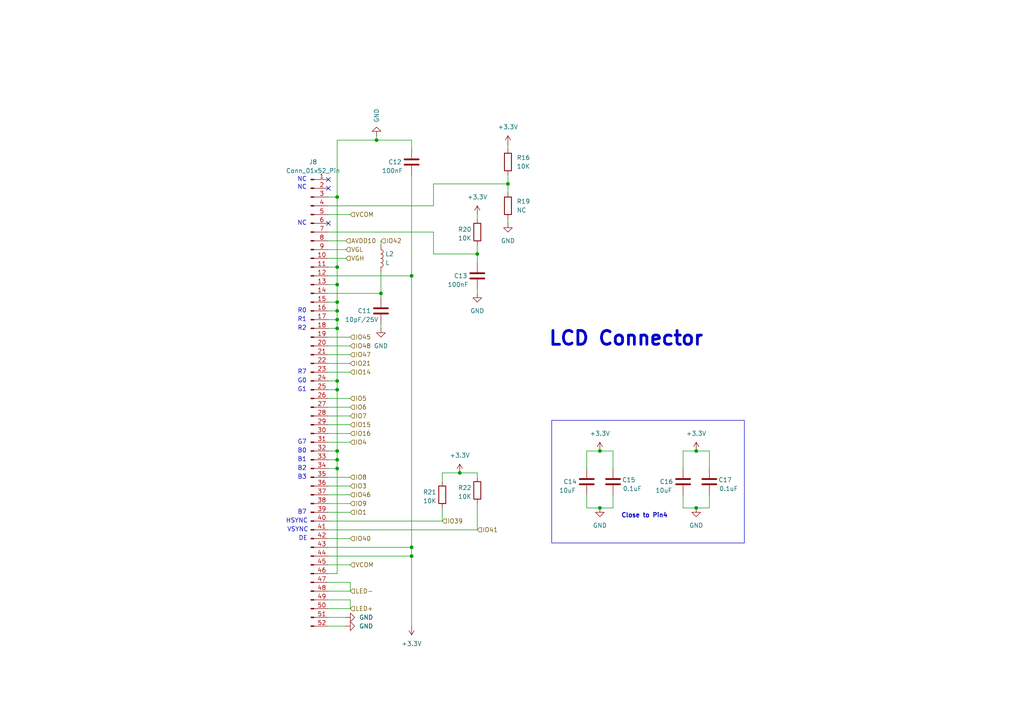
<source format=kicad_sch>
(kicad_sch (version 20231120) (generator "eeschema") (generator_version "8.0")
  (paper "A4")
  (lib_symbols
    (symbol "Connector:Conn_01x52_Pin" (pin_names (offset 1.016) hide)
      (property "Reference" "J" (at 0 66.04 0))
      (property "Value" "Conn_01x52_Pin" (at 0 -68.58 0))
      (symbol "Conn_01x52_Pin_1_1"
        (polyline (pts (xy 1.27 -66.04) (xy 0.8636 -66.04)) (stroke (width 0.1524)))
        (polyline (pts (xy 1.27 -63.5) (xy 0.8636 -63.5)) (stroke (width 0.1524)))
        (polyline (pts (xy 1.27 -60.96) (xy 0.8636 -60.96)) (stroke (width 0.1524)))
        (polyline (pts (xy 1.27 -58.42) (xy 0.8636 -58.42)) (stroke (width 0.1524)))
        (polyline (pts (xy 1.27 -55.88) (xy 0.8636 -55.88)) (stroke (width 0.1524)))
        (polyline (pts (xy 1.27 -53.34) (xy 0.8636 -53.34)) (stroke (width 0.1524)))
        (polyline (pts (xy 1.27 -50.8) (xy 0.8636 -50.8)) (stroke (width 0.1524)))
        (polyline (pts (xy 1.27 -48.26) (xy 0.8636 -48.26)) (stroke (width 0.1524)))
        (polyline (pts (xy 1.27 -45.72) (xy 0.8636 -45.72)) (stroke (width 0.1524)))
        (polyline (pts (xy 1.27 -43.18) (xy 0.8636 -43.18)) (stroke (width 0.1524)))
        (polyline (pts (xy 1.27 -40.64) (xy 0.8636 -40.64)) (stroke (width 0.1524)))
        (polyline (pts (xy 1.27 -38.1) (xy 0.8636 -38.1)) (stroke (width 0.1524)))
        (polyline (pts (xy 1.27 -35.56) (xy 0.8636 -35.56)) (stroke (width 0.1524)))
        (polyline (pts (xy 1.27 -33.02) (xy 0.8636 -33.02)) (stroke (width 0.1524)))
        (polyline (pts (xy 1.27 -30.48) (xy 0.8636 -30.48)) (stroke (width 0.1524)))
        (polyline (pts (xy 1.27 -27.94) (xy 0.8636 -27.94)) (stroke (width 0.1524)))
        (polyline (pts (xy 1.27 -25.4) (xy 0.8636 -25.4)) (stroke (width 0.1524)))
        (polyline (pts (xy 1.27 -22.86) (xy 0.8636 -22.86)) (stroke (width 0.1524)))
        (polyline (pts (xy 1.27 -20.32) (xy 0.8636 -20.32)) (stroke (width 0.1524)))
        (polyline (pts (xy 1.27 -17.78) (xy 0.8636 -17.78)) (stroke (width 0.1524)))
        (polyline (pts (xy 1.27 -15.24) (xy 0.8636 -15.24)) (stroke (width 0.1524)))
        (polyline (pts (xy 1.27 -12.7) (xy 0.8636 -12.7)) (stroke (width 0.1524)))
        (polyline (pts (xy 1.27 -10.16) (xy 0.8636 -10.16)) (stroke (width 0.1524)))
        (polyline (pts (xy 1.27 -7.62) (xy 0.8636 -7.62)) (stroke (width 0.1524)))
        (polyline (pts (xy 1.27 -5.08) (xy 0.8636 -5.08)) (stroke (width 0.1524)))
        (polyline (pts (xy 1.27 -2.54) (xy 0.8636 -2.54)) (stroke (width 0.1524)))
        (polyline (pts (xy 1.27 0) (xy 0.8636 0)) (stroke (width 0.1524)))
        (polyline (pts (xy 1.27 2.54) (xy 0.8636 2.54)) (stroke (width 0.1524)))
        (polyline (pts (xy 1.27 5.08) (xy 0.8636 5.08)) (stroke (width 0.1524)))
        (polyline (pts (xy 1.27 7.62) (xy 0.8636 7.62)) (stroke (width 0.1524)))
        (polyline (pts (xy 1.27 10.16) (xy 0.8636 10.16)) (stroke (width 0.1524)))
        (polyline (pts (xy 1.27 12.7) (xy 0.8636 12.7)) (stroke (width 0.1524)))
        (polyline (pts (xy 1.27 15.24) (xy 0.8636 15.24)) (stroke (width 0.1524)))
        (polyline (pts (xy 1.27 17.78) (xy 0.8636 17.78)) (stroke (width 0.1524)))
        (polyline (pts (xy 1.27 20.32) (xy 0.8636 20.32)) (stroke (width 0.1524)))
        (polyline (pts (xy 1.27 22.86) (xy 0.8636 22.86)) (stroke (width 0.1524)))
        (polyline (pts (xy 1.27 25.4) (xy 0.8636 25.4)) (stroke (width 0.1524)))
        (polyline (pts (xy 1.27 27.94) (xy 0.8636 27.94)) (stroke (width 0.1524)))
        (polyline (pts (xy 1.27 30.48) (xy 0.8636 30.48)) (stroke (width 0.1524)))
        (polyline (pts (xy 1.27 33.02) (xy 0.8636 33.02)) (stroke (width 0.1524)))
        (polyline (pts (xy 1.27 35.56) (xy 0.8636 35.56)) (stroke (width 0.1524)))
        (polyline (pts (xy 1.27 38.1) (xy 0.8636 38.1)) (stroke (width 0.1524)))
        (polyline (pts (xy 1.27 40.64) (xy 0.8636 40.64)) (stroke (width 0.1524)))
        (polyline (pts (xy 1.27 43.18) (xy 0.8636 43.18)) (stroke (width 0.1524)))
        (polyline (pts (xy 1.27 45.72) (xy 0.8636 45.72)) (stroke (width 0.1524)))
        (polyline (pts (xy 1.27 48.26) (xy 0.8636 48.26)) (stroke (width 0.1524)))
        (polyline (pts (xy 1.27 50.8) (xy 0.8636 50.8)) (stroke (width 0.1524)))
        (polyline (pts (xy 1.27 53.34) (xy 0.8636 53.34)) (stroke (width 0.1524)))
        (polyline (pts (xy 1.27 55.88) (xy 0.8636 55.88)) (stroke (width 0.1524)))
        (polyline (pts (xy 1.27 58.42) (xy 0.8636 58.42)) (stroke (width 0.1524)))
        (polyline (pts (xy 1.27 60.96) (xy 0.8636 60.96)) (stroke (width 0.1524)))
        (polyline (pts (xy 1.27 63.5) (xy 0.8636 63.5)) (stroke (width 0.1524)))
        (rectangle (start 0.8636 -65.913) (end 0 -66.167) (stroke (width 0.1524)) (fill (type outline)))
        (rectangle (start 0.8636 -63.373) (end 0 -63.627) (stroke (width 0.1524)) (fill (type outline)))
        (rectangle (start 0.8636 -60.833) (end 0 -61.087) (stroke (width 0.1524)) (fill (type outline)))
        (rectangle (start 0.8636 -58.293) (end 0 -58.547) (stroke (width 0.1524)) (fill (type outline)))
        (rectangle (start 0.8636 -55.753) (end 0 -56.007) (stroke (width 0.1524)) (fill (type outline)))
        (rectangle (start 0.8636 -53.213) (end 0 -53.467) (stroke (width 0.1524)) (fill (type outline)))
        (rectangle (start 0.8636 -50.673) (end 0 -50.927) (stroke (width 0.1524)) (fill (type outline)))
        (rectangle (start 0.8636 -48.133) (end 0 -48.387) (stroke (width 0.1524)) (fill (type outline)))
        (rectangle (start 0.8636 -45.593) (end 0 -45.847) (stroke (width 0.1524)) (fill (type outline)))
        (rectangle (start 0.8636 -43.053) (end 0 -43.307) (stroke (width 0.1524)) (fill (type outline)))
        (rectangle (start 0.8636 -40.513) (end 0 -40.767) (stroke (width 0.1524)) (fill (type outline)))
        (rectangle (start 0.8636 -37.973) (end 0 -38.227) (stroke (width 0.1524)) (fill (type outline)))
        (rectangle (start 0.8636 -35.433) (end 0 -35.687) (stroke (width 0.1524)) (fill (type outline)))
        (rectangle (start 0.8636 -32.893) (end 0 -33.147) (stroke (width 0.1524)) (fill (type outline)))
        (rectangle (start 0.8636 -30.353) (end 0 -30.607) (stroke (width 0.1524)) (fill (type outline)))
        (rectangle (start 0.8636 -27.813) (end 0 -28.067) (stroke (width 0.1524)) (fill (type outline)))
        (rectangle (start 0.8636 -25.273) (end 0 -25.527) (stroke (width 0.1524)) (fill (type outline)))
        (rectangle (start 0.8636 -22.733) (end 0 -22.987) (stroke (width 0.1524)) (fill (type outline)))
        (rectangle (start 0.8636 -20.193) (end 0 -20.447) (stroke (width 0.1524)) (fill (type outline)))
        (rectangle (start 0.8636 -17.653) (end 0 -17.907) (stroke (width 0.1524)) (fill (type outline)))
        (rectangle (start 0.8636 -15.113) (end 0 -15.367) (stroke (width 0.1524)) (fill (type outline)))
        (rectangle (start 0.8636 -12.573) (end 0 -12.827) (stroke (width 0.1524)) (fill (type outline)))
        (rectangle (start 0.8636 -10.033) (end 0 -10.287) (stroke (width 0.1524)) (fill (type outline)))
        (rectangle (start 0.8636 -7.493) (end 0 -7.747) (stroke (width 0.1524)) (fill (type outline)))
        (rectangle (start 0.8636 -4.953) (end 0 -5.207) (stroke (width 0.1524)) (fill (type outline)))
        (rectangle (start 0.8636 -2.413) (end 0 -2.667) (stroke (width 0.1524)) (fill (type outline)))
        (rectangle (start 0.8636 0.127) (end 0 -0.127) (stroke (width 0.1524)) (fill (type outline)))
        (rectangle (start 0.8636 2.667) (end 0 2.413) (stroke (width 0.1524)) (fill (type outline)))
        (rectangle (start 0.8636 5.207) (end 0 4.953) (stroke (width 0.1524)) (fill (type outline)))
        (rectangle (start 0.8636 7.747) (end 0 7.493) (stroke (width 0.1524)) (fill (type outline)))
        (rectangle (start 0.8636 10.287) (end 0 10.033) (stroke (width 0.1524)) (fill (type outline)))
        (rectangle (start 0.8636 12.827) (end 0 12.573) (stroke (width 0.1524)) (fill (type outline)))
        (rectangle (start 0.8636 15.367) (end 0 15.113) (stroke (width 0.1524)) (fill (type outline)))
        (rectangle (start 0.8636 17.907) (end 0 17.653) (stroke (width 0.1524)) (fill (type outline)))
        (rectangle (start 0.8636 20.447) (end 0 20.193) (stroke (width 0.1524)) (fill (type outline)))
        (rectangle (start 0.8636 22.987) (end 0 22.733) (stroke (width 0.1524)) (fill (type outline)))
        (rectangle (start 0.8636 25.527) (end 0 25.273) (stroke (width 0.1524)) (fill (type outline)))
        (rectangle (start 0.8636 28.067) (end 0 27.813) (stroke (width 0.1524)) (fill (type outline)))
        (rectangle (start 0.8636 30.607) (end 0 30.353) (stroke (width 0.1524)) (fill (type outline)))
        (rectangle (start 0.8636 33.147) (end 0 32.893) (stroke (width 0.1524)) (fill (type outline)))
        (rectangle (start 0.8636 35.687) (end 0 35.433) (stroke (width 0.1524)) (fill (type outline)))
        (rectangle (start 0.8636 38.227) (end 0 37.973) (stroke (width 0.1524)) (fill (type outline)))
        (rectangle (start 0.8636 40.767) (end 0 40.513) (stroke (width 0.1524)) (fill (type outline)))
        (rectangle (start 0.8636 43.307) (end 0 43.053) (stroke (width 0.1524)) (fill (type outline)))
        (rectangle (start 0.8636 45.847) (end 0 45.593) (stroke (width 0.1524)) (fill (type outline)))
        (rectangle (start 0.8636 48.387) (end 0 48.133) (stroke (width 0.1524)) (fill (type outline)))
        (rectangle (start 0.8636 50.927) (end 0 50.673) (stroke (width 0.1524)) (fill (type outline)))
        (rectangle (start 0.8636 53.467) (end 0 53.213) (stroke (width 0.1524)) (fill (type outline)))
        (rectangle (start 0.8636 56.007) (end 0 55.753) (stroke (width 0.1524)) (fill (type outline)))
        (rectangle (start 0.8636 58.547) (end 0 58.293) (stroke (width 0.1524)) (fill (type outline)))
        (rectangle (start 0.8636 61.087) (end 0 60.833) (stroke (width 0.1524)) (fill (type outline)))
        (rectangle (start 0.8636 63.627) (end 0 63.373) (stroke (width 0.1524)) (fill (type outline)))
        (pin passive line (at 5.08 63.5 180) (length 3.81) (name "Pin_1") (number "1"))
        (pin passive line (at 5.08 40.64 180) (length 3.81) (name "Pin_10") (number "10"))
        (pin passive line (at 5.08 38.1 180) (length 3.81) (name "Pin_11") (number "11"))
        (pin passive line (at 5.08 35.56 180) (length 3.81) (name "Pin_12") (number "12"))
        (pin passive line (at 5.08 33.02 180) (length 3.81) (name "Pin_13") (number "13"))
        (pin passive line (at 5.08 30.48 180) (length 3.81) (name "Pin_14") (number "14"))
        (pin passive line (at 5.08 27.94 180) (length 3.81) (name "Pin_15") (number "15"))
        (pin passive line (at 5.08 25.4 180) (length 3.81) (name "Pin_16") (number "16"))
        (pin passive line (at 5.08 22.86 180) (length 3.81) (name "Pin_17") (number "17"))
        (pin passive line (at 5.08 20.32 180) (length 3.81) (name "Pin_18") (number "18"))
        (pin passive line (at 5.08 17.78 180) (length 3.81) (name "Pin_19") (number "19"))
        (pin passive line (at 5.08 60.96 180) (length 3.81) (name "Pin_2") (number "2"))
        (pin passive line (at 5.08 15.24 180) (length 3.81) (name "Pin_20") (number "20"))
        (pin passive line (at 5.08 12.7 180) (length 3.81) (name "Pin_21") (number "21"))
        (pin passive line (at 5.08 10.16 180) (length 3.81) (name "Pin_22") (number "22"))
        (pin passive line (at 5.08 7.62 180) (length 3.81) (name "Pin_23") (number "23"))
        (pin passive line (at 5.08 5.08 180) (length 3.81) (name "Pin_24") (number "24"))
        (pin passive line (at 5.08 2.54 180) (length 3.81) (name "Pin_25") (number "25"))
        (pin passive line (at 5.08 0 180) (length 3.81) (name "Pin_26") (number "26"))
        (pin passive line (at 5.08 -2.54 180) (length 3.81) (name "Pin_27") (number "27"))
        (pin passive line (at 5.08 -5.08 180) (length 3.81) (name "Pin_28") (number "28"))
        (pin passive line (at 5.08 -7.62 180) (length 3.81) (name "Pin_29") (number "29"))
        (pin passive line (at 5.08 58.42 180) (length 3.81) (name "Pin_3") (number "3"))
        (pin passive line (at 5.08 -10.16 180) (length 3.81) (name "Pin_30") (number "30"))
        (pin passive line (at 5.08 -12.7 180) (length 3.81) (name "Pin_31") (number "31"))
        (pin passive line (at 5.08 -15.24 180) (length 3.81) (name "Pin_32") (number "32"))
        (pin passive line (at 5.08 -17.78 180) (length 3.81) (name "Pin_33") (number "33"))
        (pin passive line (at 5.08 -20.32 180) (length 3.81) (name "Pin_34") (number "34"))
        (pin passive line (at 5.08 -22.86 180) (length 3.81) (name "Pin_35") (number "35"))
        (pin passive line (at 5.08 -25.4 180) (length 3.81) (name "Pin_36") (number "36"))
        (pin passive line (at 5.08 -27.94 180) (length 3.81) (name "Pin_37") (number "37"))
        (pin passive line (at 5.08 -30.48 180) (length 3.81) (name "Pin_38") (number "38"))
        (pin passive line (at 5.08 -33.02 180) (length 3.81) (name "Pin_39") (number "39"))
        (pin passive line (at 5.08 55.88 180) (length 3.81) (name "Pin_4") (number "4"))
        (pin passive line (at 5.08 -35.56 180) (length 3.81) (name "Pin_40") (number "40"))
        (pin passive line (at 5.08 -38.1 180) (length 3.81) (name "Pin_41") (number "41"))
        (pin passive line (at 5.08 -40.64 180) (length 3.81) (name "Pin_42") (number "42"))
        (pin passive line (at 5.08 -43.18 180) (length 3.81) (name "Pin_43") (number "43"))
        (pin passive line (at 5.08 -45.72 180) (length 3.81) (name "Pin_44") (number "44"))
        (pin passive line (at 5.08 -48.26 180) (length 3.81) (name "Pin_45") (number "45"))
        (pin passive line (at 5.08 -50.8 180) (length 3.81) (name "Pin_46") (number "46"))
        (pin passive line (at 5.08 -53.34 180) (length 3.81) (name "Pin_47") (number "47"))
        (pin passive line (at 5.08 -55.88 180) (length 3.81) (name "Pin_48") (number "48"))
        (pin passive line (at 5.08 -58.42 180) (length 3.81) (name "Pin_49") (number "49"))
        (pin passive line (at 5.08 53.34 180) (length 3.81) (name "Pin_5") (number "5"))
        (pin passive line (at 5.08 -60.96 180) (length 3.81) (name "Pin_50") (number "50"))
        (pin passive line (at 5.08 -63.5 180) (length 3.81) (name "Pin_51") (number "51"))
        (pin passive line (at 5.08 -66.04 180) (length 3.81) (name "Pin_52") (number "52"))
        (pin passive line (at 5.08 50.8 180) (length 3.81) (name "Pin_6") (number "6"))
        (pin passive line (at 5.08 48.26 180) (length 3.81) (name "Pin_7") (number "7"))
        (pin passive line (at 5.08 45.72 180) (length 3.81) (name "Pin_8") (number "8"))
        (pin passive line (at 5.08 43.18 180) (length 3.81) (name "Pin_9") (number "9"))
      )
    )
    (symbol "Device:C" (pin_numbers hide) (pin_names (offset 0.254))
      (property "Reference" "C" (at 0.635 2.54 0))
      (property "Value" "C" (at 0.635 -2.54 0))
      (symbol "C_0_1"
        (polyline (pts (xy -2.032 -0.762) (xy 2.032 -0.762)) (stroke (width 0.508)))
        (polyline (pts (xy -2.032 0.762) (xy 2.032 0.762)) (stroke (width 0.508)))
      )
      (symbol "C_1_1"
        (pin passive line (at 0 3.81 270) (length 2.794) (name "~") (number "1"))
        (pin passive line (at 0 -3.81 90) (length 2.794) (name "~") (number "2"))
      )
    )
    (symbol "Device:L" (pin_numbers hide) (pin_names (offset 1.016) hide)
      (property "Reference" "L" (at -1.27 0 90))
      (property "Value" "L" (at 1.905 0 90))
      (symbol "L_0_1"
        (arc (start 0 -2.54) (mid 0.6323 -1.905) (end 0 -1.27))
        (arc (start 0 -1.27) (mid 0.6323 -0.635) (end 0 0))
        (arc (start 0 0) (mid 0.6323 0.635) (end 0 1.27))
        (arc (start 0 1.27) (mid 0.6323 1.905) (end 0 2.54))
      )
      (symbol "L_1_1"
        (pin passive line (at 0 3.81 270) (length 1.27) (name "1") (number "1"))
        (pin passive line (at 0 -3.81 90) (length 1.27) (name "2") (number "2"))
      )
    )
    (symbol "Device:R" (pin_numbers hide) (pin_names (offset 0))
      (property "Reference" "R" (at 2.032 0 90))
      (property "Value" "R" (at 0 0 90))
      (symbol "R_0_1"
        (rectangle (start -1.016 -2.54) (end 1.016 2.54) (stroke (width 0.254)))
      )
      (symbol "R_1_1"
        (pin passive line (at 0 3.81 270) (length 1.27) (name "~") (number "1"))
        (pin passive line (at 0 -3.81 90) (length 1.27) (name "~") (number "2"))
      )
    )
    (symbol "power:+3.3V" (power) (pin_numbers hide) (pin_names (offset 0) hide)
      (property "Value" "+3.3V" (at 0 3.556 0))
      (symbol "+3.3V_0_1"
        (polyline (pts (xy -0.762 1.27) (xy 0 2.54)))
        (polyline (pts (xy 0 0) (xy 0 2.54)))
        (polyline (pts (xy 0 2.54) (xy 0.762 1.27)))
      )
      (symbol "+3.3V_1_1"
        (pin power_in line (at 0 0 90) (length 0) (name "~") (number "1"))
      )
    )
    (symbol "power:GND" (power) (pin_numbers hide) (pin_names (offset 0) hide)
      (property "Value" "GND" (at 0 -3.81 0))
      (symbol "GND_0_1"
        (polyline (pts (xy 0 0) (xy 0 -1.27) (xy 1.27 -1.27) (xy 0 -2.54) (xy -1.27 -1.27) (xy 0 -1.27)))
      )
      (symbol "GND_1_1"
        (pin power_in line (at 0 0 270) (length 0) (name "~") (number "1"))
      )
    )
  )
  (junction (at 97.79 82.55))
  (junction (at 173.99 147.32))
  (junction (at 97.79 92.71))
  (junction (at 97.79 130.81))
  (junction (at 97.79 77.47))
  (junction (at 133.35 137.16))
  (junction (at 110.49 85.09))
  (junction (at 97.79 87.63))
  (junction (at 119.38 161.29))
  (junction (at 97.79 113.03))
  (junction (at 109.22 40.64))
  (junction (at 97.79 135.89))
  (junction (at 97.79 133.35))
  (junction (at 138.43 73.66))
  (junction (at 119.38 158.75))
  (junction (at 201.93 130.81))
  (junction (at 97.79 57.15))
  (junction (at 97.79 90.17))
  (junction (at 173.99 130.81))
  (junction (at 201.93 147.32))
  (junction (at 97.79 95.25))
  (junction (at 119.38 80.01))
  (junction (at 147.32 53.34))
  (junction (at 97.79 110.49))
  (no_connect (at 95.25 64.77))
  (no_connect (at 95.25 52.07))
  (no_connect (at 95.25 54.61))
  (wire (pts (xy 125.73 73.66) (xy 138.43 73.66)))
  (wire (pts (xy 119.38 40.64) (xy 119.38 43.18)))
  (wire (pts (xy 95.25 146.05) (xy 101.6 146.05)))
  (wire (pts (xy 125.73 53.34) (xy 147.32 53.34)))
  (wire (pts (xy 95.25 140.97) (xy 101.6 140.97)))
  (wire (pts (xy 119.38 80.01) (xy 119.38 158.75)))
  (wire (pts (xy 95.25 77.47) (xy 97.79 77.47)))
  (wire (pts (xy 177.8 147.32) (xy 177.8 143.51)))
  (wire (pts (xy 147.32 41.91) (xy 147.32 43.18)))
  (wire (pts (xy 97.79 113.03) (xy 97.79 110.49)))
  (wire (pts (xy 198.12 147.32) (xy 201.93 147.32)))
  (wire (pts (xy 95.25 173.99) (xy 101.6 173.99)))
  (wire (pts (xy 95.25 163.83) (xy 101.6 163.83)))
  (wire (pts (xy 205.74 130.81) (xy 201.93 130.81)))
  (wire (pts (xy 109.22 40.64) (xy 109.22 39.37)))
  (wire (pts (xy 177.8 130.81) (xy 177.8 135.89)))
  (wire (pts (xy 95.25 97.79) (xy 101.6 97.79)))
  (wire (pts (xy 205.74 147.32) (xy 201.93 147.32)))
  (wire (pts (xy 177.8 147.32) (xy 173.99 147.32)))
  (wire (pts (xy 109.22 40.64) (xy 119.38 40.64)))
  (wire (pts (xy 95.25 158.75) (xy 119.38 158.75)))
  (wire (pts (xy 95.25 74.93) (xy 100.33 74.93)))
  (wire (pts (xy 138.43 71.12) (xy 138.43 73.66)))
  (wire (pts (xy 95.25 123.19) (xy 101.6 123.19)))
  (wire (pts (xy 95.25 69.85) (xy 100.33 69.85)))
  (wire (pts (xy 198.12 130.81) (xy 201.93 130.81)))
  (wire (pts (xy 95.25 67.31) (xy 125.73 67.31)))
  (wire (pts (xy 95.25 72.39) (xy 100.33 72.39)))
  (wire (pts (xy 95.25 176.53) (xy 101.6 176.53)))
  (wire (pts (xy 95.25 105.41) (xy 101.6 105.41)))
  (wire (pts (xy 119.38 161.29) (xy 119.38 181.61)))
  (wire (pts (xy 95.25 135.89) (xy 97.79 135.89)))
  (wire (pts (xy 119.38 158.75) (xy 119.38 161.29)))
  (wire (pts (xy 97.79 77.47) (xy 97.79 57.15)))
  (wire (pts (xy 97.79 130.81) (xy 97.79 113.03)))
  (wire (pts (xy 95.25 57.15) (xy 97.79 57.15)))
  (wire (pts (xy 110.49 85.09) (xy 110.49 86.36)))
  (wire (pts (xy 95.25 166.37) (xy 97.79 166.37)))
  (wire (pts (xy 97.79 90.17) (xy 97.79 87.63)))
  (wire (pts (xy 95.25 95.25) (xy 97.79 95.25)))
  (wire (pts (xy 97.79 133.35) (xy 97.79 130.81)))
  (wire (pts (xy 95.25 148.59) (xy 101.6 148.59)))
  (wire (pts (xy 138.43 146.05) (xy 138.43 153.67)))
  (wire (pts (xy 95.25 100.33) (xy 101.6 100.33)))
  (wire (pts (xy 95.25 102.87) (xy 101.6 102.87)))
  (wire (pts (xy 101.6 173.99) (xy 101.6 176.53)))
  (wire (pts (xy 177.8 130.81) (xy 173.99 130.81)))
  (wire (pts (xy 95.25 120.65) (xy 101.6 120.65)))
  (wire (pts (xy 119.38 50.8) (xy 119.38 80.01)))
  (wire (pts (xy 128.27 147.32) (xy 128.27 151.13)))
  (wire (pts (xy 110.49 93.98) (xy 110.49 95.25)))
  (wire (pts (xy 95.25 90.17) (xy 97.79 90.17)))
  (wire (pts (xy 95.25 115.57) (xy 101.6 115.57)))
  (wire (pts (xy 97.79 135.89) (xy 97.79 166.37)))
  (wire (pts (xy 205.74 147.32) (xy 205.74 143.51)))
  (wire (pts (xy 147.32 50.8) (xy 147.32 53.34)))
  (wire (pts (xy 97.79 95.25) (xy 97.79 92.71)))
  (wire (pts (xy 128.27 139.7) (xy 128.27 137.16)))
  (wire (pts (xy 101.6 168.91) (xy 101.6 171.45)))
  (wire (pts (xy 97.79 57.15) (xy 97.79 40.64)))
  (wire (pts (xy 95.25 118.11) (xy 101.6 118.11)))
  (wire (pts (xy 147.32 63.5) (xy 147.32 64.77)))
  (wire (pts (xy 147.32 53.34) (xy 147.32 55.88)))
  (wire (pts (xy 95.25 179.07) (xy 100.33 179.07)))
  (wire (pts (xy 95.25 59.69) (xy 125.73 59.69)))
  (wire (pts (xy 95.25 156.21) (xy 101.6 156.21)))
  (wire (pts (xy 97.79 40.64) (xy 109.22 40.64)))
  (wire (pts (xy 97.79 87.63) (xy 97.79 82.55)))
  (wire (pts (xy 95.25 87.63) (xy 97.79 87.63)))
  (wire (pts (xy 138.43 83.82) (xy 138.43 85.09)))
  (wire (pts (xy 133.35 137.16) (xy 138.43 137.16)))
  (wire (pts (xy 97.79 110.49) (xy 97.79 95.25)))
  (wire (pts (xy 95.25 153.67) (xy 138.43 153.67)))
  (wire (pts (xy 95.25 92.71) (xy 97.79 92.71)))
  (wire (pts (xy 170.18 135.89) (xy 170.18 130.81)))
  (wire (pts (xy 170.18 143.51) (xy 170.18 147.32)))
  (wire (pts (xy 97.79 82.55) (xy 97.79 77.47)))
  (wire (pts (xy 95.25 151.13) (xy 128.27 151.13)))
  (wire (pts (xy 95.25 62.23) (xy 101.6 62.23)))
  (wire (pts (xy 110.49 69.85) (xy 110.49 71.12)))
  (wire (pts (xy 97.79 135.89) (xy 97.79 133.35)))
  (wire (pts (xy 110.49 78.74) (xy 110.49 85.09)))
  (wire (pts (xy 95.25 107.95) (xy 101.6 107.95)))
  (wire (pts (xy 170.18 130.81) (xy 173.99 130.81)))
  (wire (pts (xy 95.25 113.03) (xy 97.79 113.03)))
  (wire (pts (xy 95.25 181.61) (xy 100.33 181.61)))
  (wire (pts (xy 138.43 73.66) (xy 138.43 76.2)))
  (wire (pts (xy 95.25 143.51) (xy 101.6 143.51)))
  (wire (pts (xy 128.27 137.16) (xy 133.35 137.16)))
  (wire (pts (xy 95.25 85.09) (xy 110.49 85.09)))
  (wire (pts (xy 95.25 168.91) (xy 101.6 168.91)))
  (wire (pts (xy 95.25 82.55) (xy 97.79 82.55)))
  (wire (pts (xy 138.43 137.16) (xy 138.43 138.43)))
  (wire (pts (xy 95.25 138.43) (xy 101.6 138.43)))
  (wire (pts (xy 198.12 143.51) (xy 198.12 147.32)))
  (wire (pts (xy 170.18 147.32) (xy 173.99 147.32)))
  (wire (pts (xy 95.25 130.81) (xy 97.79 130.81)))
  (wire (pts (xy 125.73 59.69) (xy 125.73 53.34)))
  (wire (pts (xy 95.25 171.45) (xy 101.6 171.45)))
  (wire (pts (xy 95.25 128.27) (xy 101.6 128.27)))
  (wire (pts (xy 125.73 67.31) (xy 125.73 73.66)))
  (wire (pts (xy 95.25 133.35) (xy 97.79 133.35)))
  (wire (pts (xy 138.43 62.23) (xy 138.43 63.5)))
  (wire (pts (xy 95.25 110.49) (xy 97.79 110.49)))
  (wire (pts (xy 95.25 125.73) (xy 101.6 125.73)))
  (wire (pts (xy 95.25 161.29) (xy 119.38 161.29)))
  (wire (pts (xy 95.25 80.01) (xy 119.38 80.01)))
  (wire (pts (xy 198.12 135.89) (xy 198.12 130.81)))
  (wire (pts (xy 205.74 130.81) (xy 205.74 135.89)))
  (wire (pts (xy 97.79 92.71) (xy 97.79 90.17)))
  (rectangle (start 160.02 121.92) (end 215.9 157.48))
  (text "DE\n" (at 87.884 156.21 0) (effects (font (size 1.27 1.27))))
  (text "VSYNC\n" (at 86.36 153.67 0) (effects (font (size 1.27 1.27))))
  (text "G1" (at 87.63 113.03 0) (effects (font (size 1.27 1.27))))
  (text "LCD Connector\n" (at 181.61 98.298 0) (effects (font (size 4 4) (thickness 0.8) (bold yes))))
  (text "B1" (at 87.63 133.35 0) (effects (font (size 1.27 1.27))))
  (text "HSYNC\n" (at 86.106 151.13 0) (effects (font (size 1.27 1.27))))
  (text "NC" (at 87.63 64.77 0) (effects (font (size 1.27 1.27))))
  (text "B0" (at 87.63 130.81 0) (effects (font (size 1.27 1.27))))
  (text "B3" (at 87.63 138.43 0) (effects (font (size 1.27 1.27))))
  (text "NC" (at 87.63 52.07 0) (effects (font (size 1.27 1.27))))
  (text "G7\n" (at 87.63 128.27 0) (effects (font (size 1.27 1.27))))
  (text "Close to Pin4\n" (at 186.944 149.606 0) (effects (font (size 1.27 1.27) (thickness 0.254) (bold yes))))
  (text "NC" (at 87.63 54.356 0) (effects (font (size 1.27 1.27))))
  (text "R1" (at 87.63 92.71 0) (effects (font (size 1.27 1.27))))
  (text "R7" (at 87.63 107.95 0) (effects (font (size 1.27 1.27))))
  (text "G0" (at 87.63 110.49 0) (effects (font (size 1.27 1.27))))
  (text "R2" (at 87.63 95.25 0) (effects (font (size 1.27 1.27))))
  (text "B2" (at 87.63 135.89 0) (effects (font (size 1.27 1.27))))
  (text "R0" (at 87.63 90.17 0) (effects (font (size 1.27 1.27))))
  (text "B7" (at 87.63 148.59 0) (effects (font (size 1.27 1.27))))
  (hierarchical_label "IO45" (shape input) (at 101.6 97.79 0))
  (hierarchical_label "VCOM" (shape input) (at 101.6 62.23 0))
  (hierarchical_label "VGL" (shape input) (at 100.33 72.39 0))
  (hierarchical_label "IO39" (shape input) (at 128.27 151.13 0))
  (hierarchical_label "IO4" (shape input) (at 101.6 128.27 0))
  (hierarchical_label "AVDD10" (shape input) (at 100.33 69.85 0))
  (hierarchical_label "VCOM" (shape input) (at 101.6 163.83 0))
  (hierarchical_label "IO21" (shape input) (at 101.6 105.41 0))
  (hierarchical_label "VGH" (shape input) (at 100.33 74.93 0))
  (hierarchical_label "IO9" (shape input) (at 101.6 146.05 0))
  (hierarchical_label "IO8" (shape input) (at 101.6 138.43 0))
  (hierarchical_label "IO5" (shape input) (at 101.6 115.57 0))
  (hierarchical_label "IO15" (shape input) (at 101.6 123.19 0))
  (hierarchical_label "IO48" (shape input) (at 101.6 100.33 0))
  (hierarchical_label "IO40" (shape input) (at 101.6 156.21 0))
  (hierarchical_label "IO6" (shape input) (at 101.6 118.11 0))
  (hierarchical_label "LED-" (shape input) (at 101.6 171.45 0))
  (hierarchical_label "IO14" (shape input) (at 101.6 107.95 0))
  (hierarchical_label "IO41" (shape input) (at 138.43 153.67 0))
  (hierarchical_label "IO42" (shape input) (at 110.49 69.85 0))
  (hierarchical_label "LED+" (shape input) (at 101.6 176.53 0))
  (hierarchical_label "IO47" (shape input) (at 101.6 102.87 0))
  (hierarchical_label "IO3" (shape input) (at 101.6 140.97 0))
  (hierarchical_label "IO16" (shape input) (at 101.6 125.73 0))
  (hierarchical_label "IO46" (shape input) (at 101.6 143.51 0))
  (hierarchical_label "IO7" (shape input) (at 101.6 120.65 0))
  (hierarchical_label "IO1" (shape input) (at 101.6 148.59 0))
  (symbol (lib_id "power:GND") (at 138.43 85.09 0) (unit 1)
    (property "Reference" "#PWR038" (effects (hide yes)))
    (property "Value" "GND" (at 138.43 90.17 0))
    (property "Description" "Power symbol creates a global label with name \"GND\" , ground" (effects (hide yes)))
  )
  (symbol (lib_id "Device:C") (at 177.8 139.7 180) (unit 1)
    (property "Reference" "C15" (at 182.372 139.192 0))
    (property "Value" "0.1uF" (at 183.388 141.732 0))
    (property "Description" "Unpolarized capacitor" (effects (hide yes)))
  )
  (symbol (lib_id "power:GND") (at 173.99 147.32 0) (unit 1)
    (property "Reference" "#PWR040" (effects (hide yes)))
    (property "Value" "GND" (at 173.99 152.4 0))
    (property "Description" "Power symbol creates a global label with name \"GND\" , ground" (effects (hide yes)))
  )
  (symbol (lib_id "Device:C") (at 205.74 139.7 180) (unit 1)
    (property "Reference" "C17" (at 210.312 139.192 0))
    (property "Value" "0.1uF" (at 211.328 141.732 0))
    (property "Description" "Unpolarized capacitor" (effects (hide yes)))
  )
  (symbol (lib_id "Device:R") (at 128.27 143.51 0) (unit 1)
    (property "Reference" "R21" (at 122.682 142.748 0) (effects (justify left)))
    (property "Value" "10K" (at 122.682 145.288 0) (effects (justify left)))
    (property "Description" "Resistor" (effects (hide yes)))
  )
  (symbol (lib_id "Device:C") (at 110.49 90.17 180) (unit 1)
    (property "Reference" "C11" (at 105.664 90.17 0))
    (property "Value" "10pF/25V" (at 104.902 92.71 0))
    (property "Description" "Unpolarized capacitor" (effects (hide yes)))
  )
  (symbol (lib_id "Device:R") (at 138.43 142.24 0) (unit 1)
    (property "Reference" "R22" (at 132.842 141.478 0) (effects (justify left)))
    (property "Value" "10K" (at 132.842 144.018 0) (effects (justify left)))
    (property "Description" "Resistor" (effects (hide yes)))
  )
  (symbol (lib_id "Connector:Conn_01x52_Pin") (at 90.17 115.57 0) (unit 1)
    (property "Reference" "J8" (at 90.805 46.99 0))
    (property "Value" "Conn_01x52_Pin" (at 90.805 49.53 0))
    (property "Description" "\"Generic connector, single row, 01x52, script generated\"" (effects (hide yes)))
  )
  (symbol (lib_id "power:+3.3V") (at 201.93 130.81 0) (unit 1)
    (property "Reference" "#PWR042" (effects (hide yes)))
    (property "Value" "+3.3V" (at 201.93 125.73 0))
    (property "Description" "Power symbol creates a global label with name \"+3.3V\"" (effects (hide yes)))
  )
  (symbol (lib_id "power:GND") (at 147.32 64.77 0) (unit 1)
    (property "Reference" "#PWR036" (effects (hide yes)))
    (property "Value" "GND" (at 147.32 69.85 0))
    (property "Description" "Power symbol creates a global label with name \"GND\" , ground" (effects (hide yes)))
  )
  (symbol (lib_id "power:GND") (at 100.33 179.07 90) (unit 1)
    (property "Reference" "#PWR034" (effects (hide yes)))
    (property "Value" "GND" (at 104.14 179.0699 90) (effects (justify right)))
    (property "Description" "Power symbol creates a global label with name \"GND\" , ground" (effects (hide yes)))
  )
  (symbol (lib_id "Device:L") (at 110.49 74.93 0) (unit 1)
    (property "Reference" "L2" (at 111.76 73.6599 0) (effects (justify left)))
    (property "Value" "L" (at 111.76 76.1999 0) (effects (justify left)))
    (property "Description" "Inductor" (effects (hide yes)))
  )
  (symbol (lib_id "Device:R") (at 138.43 67.31 0) (unit 1)
    (property "Reference" "R20" (at 132.842 66.548 0) (effects (justify left)))
    (property "Value" "10K" (at 132.842 69.088 0) (effects (justify left)))
    (property "Description" "Resistor" (effects (hide yes)))
  )
  (symbol (lib_id "power:+3.3V") (at 147.32 41.91 0) (unit 1)
    (property "Reference" "#PWR031" (effects (hide yes)))
    (property "Value" "+3.3V" (at 147.32 36.83 0))
    (property "Description" "Power symbol creates a global label with name \"+3.3V\"" (effects (hide yes)))
  )
  (symbol (lib_id "power:GND") (at 110.49 95.25 0) (unit 1)
    (property "Reference" "#PWR030" (effects (hide yes)))
    (property "Value" "GND" (at 110.49 100.33 0))
    (property "Description" "Power symbol creates a global label with name \"GND\" , ground" (effects (hide yes)))
  )
  (symbol (lib_id "power:GND") (at 109.22 39.37 180) (unit 1)
    (property "Reference" "#PWR035" (effects (hide yes)))
    (property "Value" "GND" (at 109.2199 35.56 90) (effects (justify right)))
    (property "Description" "Power symbol creates a global label with name \"GND\" , ground" (effects (hide yes)))
  )
  (symbol (lib_id "Device:C") (at 138.43 80.01 180) (unit 1)
    (property "Reference" "C13" (at 133.604 80.01 0))
    (property "Value" "100nF" (at 132.842 82.55 0))
    (property "Description" "Unpolarized capacitor" (effects (hide yes)))
  )
  (symbol (lib_id "Device:C") (at 119.38 46.99 180) (unit 1)
    (property "Reference" "C12" (at 114.554 46.99 0))
    (property "Value" "100nF" (at 113.792 49.53 0))
    (property "Description" "Unpolarized capacitor" (effects (hide yes)))
  )
  (symbol (lib_id "Device:C") (at 198.12 139.7 180) (unit 1)
    (property "Reference" "C16" (at 193.294 139.7 0))
    (property "Value" "10uF" (at 192.532 142.24 0))
    (property "Description" "Unpolarized capacitor" (effects (hide yes)))
  )
  (symbol (lib_id "power:+3.3V") (at 133.35 137.16 0) (unit 1)
    (property "Reference" "#PWR039" (effects (hide yes)))
    (property "Value" "+3.3V" (at 133.35 132.08 0))
    (property "Description" "Power symbol creates a global label with name \"+3.3V\"" (effects (hide yes)))
  )
  (symbol (lib_id "Device:R") (at 147.32 59.69 0) (unit 1)
    (property "Reference" "R19" (at 149.86 58.4199 0) (effects (justify left)))
    (property "Value" "NC" (at 149.86 60.9599 0) (effects (justify left)))
    (property "Description" "Resistor" (effects (hide yes)))
  )
  (symbol (lib_id "power:+3.3V") (at 173.99 130.81 0) (unit 1)
    (property "Reference" "#PWR041" (effects (hide yes)))
    (property "Value" "+3.3V" (at 173.99 125.73 0))
    (property "Description" "Power symbol creates a global label with name \"+3.3V\"" (effects (hide yes)))
  )
  (symbol (lib_id "power:GND") (at 100.33 181.61 90) (unit 1)
    (property "Reference" "#PWR033" (effects (hide yes)))
    (property "Value" "GND" (at 104.14 181.6099 90) (effects (justify right)))
    (property "Description" "Power symbol creates a global label with name \"GND\" , ground" (effects (hide yes)))
  )
  (symbol (lib_id "power:+3.3V") (at 119.38 181.61 180) (unit 1)
    (property "Reference" "#PWR032" (effects (hide yes)))
    (property "Value" "+3.3V" (at 119.38 186.69 0))
    (property "Description" "Power symbol creates a global label with name \"+3.3V\"" (effects (hide yes)))
  )
  (symbol (lib_id "Device:C") (at 170.18 139.7 180) (unit 1)
    (property "Reference" "C14" (at 165.354 139.7 0))
    (property "Value" "10uF" (at 164.592 142.24 0))
    (property "Description" "Unpolarized capacitor" (effects (hide yes)))
  )
  (symbol (lib_id "power:GND") (at 201.93 147.32 0) (unit 1)
    (property "Reference" "#PWR043" (effects (hide yes)))
    (property "Value" "GND" (at 201.93 152.4 0))
    (property "Description" "Power symbol creates a global label with name \"GND\" , ground" (effects (hide yes)))
  )
  (symbol (lib_id "Device:R") (at 147.32 46.99 0) (unit 1)
    (property "Reference" "R16" (at 149.86 45.7199 0) (effects (justify left)))
    (property "Value" "10K" (at 149.86 48.2599 0) (effects (justify left)))
    (property "Description" "Resistor" (effects (hide yes)))
  )
  (symbol (lib_id "power:+3.3V") (at 138.43 62.23 0) (unit 1)
    (property "Reference" "#PWR037" (effects (hide yes)))
    (property "Value" "+3.3V" (at 138.43 57.15 0))
    (property "Description" "Power symbol creates a global label with name \"+3.3V\"" (effects (hide yes)))
  )
)
</source>
